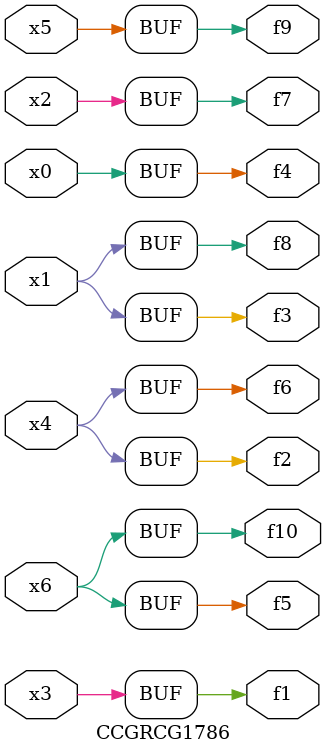
<source format=v>
module CCGRCG1786(
	input x0, x1, x2, x3, x4, x5, x6,
	output f1, f2, f3, f4, f5, f6, f7, f8, f9, f10
);
	assign f1 = x3;
	assign f2 = x4;
	assign f3 = x1;
	assign f4 = x0;
	assign f5 = x6;
	assign f6 = x4;
	assign f7 = x2;
	assign f8 = x1;
	assign f9 = x5;
	assign f10 = x6;
endmodule

</source>
